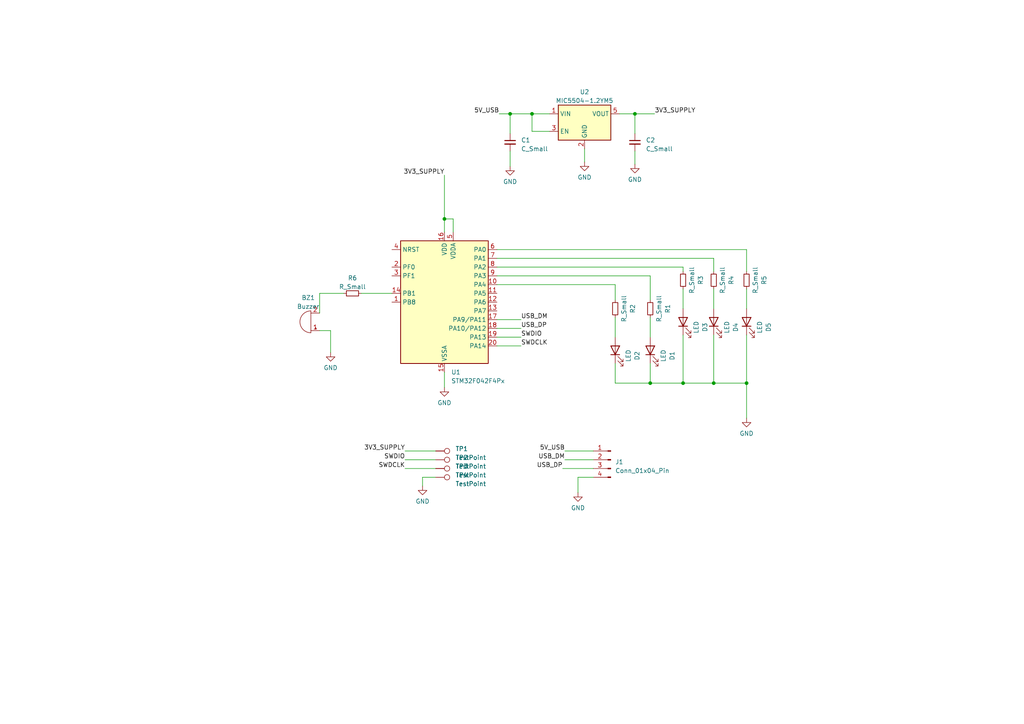
<source format=kicad_sch>
(kicad_sch (version 20230121) (generator eeschema)
  (paper "A4")
  (lib_symbols
    (symbol "Connector:Conn_01x04_Pin" (pin_names (offset 1.016) hide)
      (property "Reference" "J" (at 0 5.08 0))
      (property "Value" "Conn_01x04_Pin" (at 0 -7.62 0))
      (symbol "Conn_01x04_Pin_1_1"
        (polyline (pts (xy 1.27 -5.08) (xy 0.8636 -5.08)) (stroke (width 0.1524)))
        (polyline (pts (xy 1.27 -2.54) (xy 0.8636 -2.54)) (stroke (width 0.1524)))
        (polyline (pts (xy 1.27 0) (xy 0.8636 0)) (stroke (width 0.1524)))
        (polyline (pts (xy 1.27 2.54) (xy 0.8636 2.54)) (stroke (width 0.1524)))
        (rectangle (start 0.8636 -4.953) (end 0 -5.207) (stroke (width 0.1524)) (fill (type outline)))
        (rectangle (start 0.8636 -2.413) (end 0 -2.667) (stroke (width 0.1524)) (fill (type outline)))
        (rectangle (start 0.8636 0.127) (end 0 -0.127) (stroke (width 0.1524)) (fill (type outline)))
        (rectangle (start 0.8636 2.667) (end 0 2.413) (stroke (width 0.1524)) (fill (type outline)))
        (pin passive line (at 5.08 2.54 180) (length 3.81) (name "Pin_1") (number "1"))
        (pin passive line (at 5.08 0 180) (length 3.81) (name "Pin_2") (number "2"))
        (pin passive line (at 5.08 -2.54 180) (length 3.81) (name "Pin_3") (number "3"))
        (pin passive line (at 5.08 -5.08 180) (length 3.81) (name "Pin_4") (number "4"))
      )
    )
    (symbol "Connector:TestPoint" (pin_numbers hide) (pin_names (offset 0.762) hide)
      (property "Reference" "TP" (at 0 6.858 0))
      (property "Value" "TestPoint" (at 0 5.08 0))
      (symbol "TestPoint_0_1"
        (circle (center 0 3.302) (radius 0.762))
      )
      (symbol "TestPoint_1_1"
        (pin passive line (at 0 0 90) (length 2.54) (name "1") (number "1"))
      )
    )
    (symbol "Device:Buzzer" (pin_names (offset 0.0254) hide)
      (property "Reference" "BZ" (at 3.81 1.27 0))
      (property "Value" "Buzzer" (at 3.81 -1.27 0))
      (symbol "Buzzer_0_1"
        (arc (start 0 -3.175) (mid 3.1612 0) (end 0 3.175))
        (polyline (pts (xy -1.651 1.905) (xy -1.143 1.905)))
        (polyline (pts (xy -1.397 2.159) (xy -1.397 1.651)))
        (polyline (pts (xy 0 3.175) (xy 0 -3.175)))
      )
      (symbol "Buzzer_1_1"
        (pin passive line (at -2.54 2.54 0) (length 2.54) (name "-") (number "1"))
        (pin passive line (at -2.54 -2.54 0) (length 2.54) (name "+") (number "2"))
      )
    )
    (symbol "Device:C_Small" (pin_numbers hide) (pin_names (offset 0.254) hide)
      (property "Reference" "C" (at 0.254 1.778 0))
      (property "Value" "C_Small" (at 0.254 -2.032 0))
      (symbol "C_Small_0_1"
        (polyline (pts (xy -1.524 -0.508) (xy 1.524 -0.508)) (stroke (width 0.3302)))
        (polyline (pts (xy -1.524 0.508) (xy 1.524 0.508)) (stroke (width 0.3048)))
      )
      (symbol "C_Small_1_1"
        (pin passive line (at 0 2.54 270) (length 2.032) (name "~") (number "1"))
        (pin passive line (at 0 -2.54 90) (length 2.032) (name "~") (number "2"))
      )
    )
    (symbol "Device:LED" (pin_numbers hide) (pin_names (offset 1.016) hide)
      (property "Reference" "D" (at 0 2.54 0))
      (property "Value" "LED" (at 0 -2.54 0))
      (symbol "LED_0_1"
        (polyline (pts (xy -1.27 -1.27) (xy -1.27 1.27)) (stroke (width 0.254)))
        (polyline (pts (xy -1.27 0) (xy 1.27 0)))
        (polyline (pts (xy 1.27 -1.27) (xy 1.27 1.27) (xy -1.27 0) (xy 1.27 -1.27)) (stroke (width 0.254)))
        (polyline (pts (xy -3.048 -0.762) (xy -4.572 -2.286) (xy -3.81 -2.286) (xy -4.572 -2.286) (xy -4.572 -1.524)))
        (polyline (pts (xy -1.778 -0.762) (xy -3.302 -2.286) (xy -2.54 -2.286) (xy -3.302 -2.286) (xy -3.302 -1.524)))
      )
      (symbol "LED_1_1"
        (pin passive line (at -3.81 0 0) (length 2.54) (name "K") (number "1"))
        (pin passive line (at 3.81 0 180) (length 2.54) (name "A") (number "2"))
      )
    )
    (symbol "Device:R_Small" (pin_numbers hide) (pin_names (offset 0.254) hide)
      (property "Reference" "R" (at 0.762 0.508 0))
      (property "Value" "R_Small" (at 0.762 -1.016 0))
      (symbol "R_Small_0_1"
        (rectangle (start -0.762 1.778) (end 0.762 -1.778) (stroke (width 0.2032)))
      )
      (symbol "R_Small_1_1"
        (pin passive line (at 0 2.54 270) (length 0.762) (name "~") (number "1"))
        (pin passive line (at 0 -2.54 90) (length 0.762) (name "~") (number "2"))
      )
    )
    (symbol "MCU_ST_STM32F0:STM32F042F4Px"
      (property "Reference" "U" (at -12.7 19.05 0))
      (property "Value" "STM32F042F4Px" (at 5.08 19.05 0))
      (symbol "STM32F042F4Px_0_1"
        (rectangle (start -12.7 -17.78) (end 12.7 17.78) (stroke (width 0.254)) (fill (type background)))
      )
      (symbol "STM32F042F4Px_1_1"
        (pin bidirectional line (at -15.24 0 0) (length 2.54) (name "PB8") (number "1"))
        (pin bidirectional line (at 15.24 5.08 180) (length 2.54) (name "PA4") (number "10"))
        (pin bidirectional line (at 15.24 2.54 180) (length 2.54) (name "PA5") (number "11"))
        (pin bidirectional line (at 15.24 0 180) (length 2.54) (name "PA6") (number "12"))
        (pin bidirectional line (at 15.24 -2.54 180) (length 2.54) (name "PA7") (number "13"))
        (pin bidirectional line (at -15.24 2.54 0) (length 2.54) (name "PB1") (number "14"))
        (pin power_in line (at 0 -20.32 90) (length 2.54) (name "VSSA") (number "15"))
        (pin power_in line (at 0 20.32 270) (length 2.54) (name "VDD") (number "16"))
        (pin bidirectional line (at 15.24 -5.08 180) (length 2.54) (name "PA9/PA11") (number "17"))
        (pin bidirectional line (at 15.24 -7.62 180) (length 2.54) (name "PA10/PA12") (number "18"))
        (pin bidirectional line (at 15.24 -10.16 180) (length 2.54) (name "PA13") (number "19"))
        (pin bidirectional line (at -15.24 10.16 0) (length 2.54) (name "PF0") (number "2"))
        (pin bidirectional line (at 15.24 -12.7 180) (length 2.54) (name "PA14") (number "20"))
        (pin bidirectional line (at -15.24 7.62 0) (length 2.54) (name "PF1") (number "3"))
        (pin input line (at -15.24 15.24 0) (length 2.54) (name "NRST") (number "4"))
        (pin power_in line (at 2.54 20.32 270) (length 2.54) (name "VDDA") (number "5"))
        (pin bidirectional line (at 15.24 15.24 180) (length 2.54) (name "PA0") (number "6"))
        (pin bidirectional line (at 15.24 12.7 180) (length 2.54) (name "PA1") (number "7"))
        (pin bidirectional line (at 15.24 10.16 180) (length 2.54) (name "PA2") (number "8"))
        (pin bidirectional line (at 15.24 7.62 180) (length 2.54) (name "PA3") (number "9"))
      )
    )
    (symbol "Regulator_Linear:MIC5504-1.2YM5"
      (property "Reference" "U" (at -7.62 8.89 0))
      (property "Value" "MIC5504-1.2YM5" (at -7.62 6.35 0))
      (symbol "MIC5504-1.2YM5_0_1"
        (rectangle (start -7.62 -5.08) (end 7.62 5.08) (stroke (width 0.254)) (fill (type background)))
      )
      (symbol "MIC5504-1.2YM5_1_1"
        (pin power_in line (at -10.16 2.54 0) (length 2.54) (name "VIN") (number "1"))
        (pin power_in line (at 0 -7.62 90) (length 2.54) (name "GND") (number "2"))
        (pin input line (at -10.16 -2.54 0) (length 2.54) (name "EN") (number "3"))
        (pin no_connect line (at 7.62 -2.54 180) (length 2.54) hide (name "NC") (number "4"))
        (pin power_out line (at 10.16 2.54 180) (length 2.54) (name "VOUT") (number "5"))
      )
    )
    (symbol "power:GND" (power) (pin_names (offset 0))
      (property "Value" "GND" (at 0 -3.81 0))
      (symbol "GND_0_1"
        (polyline (pts (xy 0 0) (xy 0 -1.27) (xy 1.27 -1.27) (xy 0 -2.54) (xy -1.27 -1.27) (xy 0 -1.27)))
      )
      (symbol "GND_1_1"
        (pin power_in line (at 0 0 270) (length 0) hide (name "GND") (number "1"))
      )
    )
  )
  (junction (at 128.905 63.5))
  (junction (at 184.15 33.02))
  (junction (at 154.305 33.02))
  (junction (at 207.01 111.125))
  (junction (at 216.535 111.125))
  (junction (at 198.12 111.125))
  (junction (at 188.595 111.125))
  (junction (at 147.955 33.02))
  (wire (pts (xy 144.145 77.47) (xy 198.12 77.47)))
  (wire (pts (xy 179.705 33.02) (xy 184.15 33.02)))
  (wire (pts (xy 178.435 92.075) (xy 178.435 97.79)))
  (wire (pts (xy 198.12 77.47) (xy 198.12 78.74)))
  (wire (pts (xy 122.555 138.43) (xy 126.365 138.43)))
  (wire (pts (xy 216.535 83.82) (xy 216.535 89.535)))
  (wire (pts (xy 188.595 105.41) (xy 188.595 111.125)))
  (wire (pts (xy 144.145 80.01) (xy 188.595 80.01)))
  (wire (pts (xy 188.595 111.125) (xy 198.12 111.125)))
  (wire (pts (xy 131.445 67.31) (xy 131.445 63.5)))
  (wire (pts (xy 131.445 63.5) (xy 128.905 63.5)))
  (wire (pts (xy 144.145 100.33) (xy 151.13 100.33)))
  (wire (pts (xy 184.15 33.02) (xy 184.15 38.735)))
  (wire (pts (xy 128.905 50.8) (xy 128.905 63.5)))
  (wire (pts (xy 169.545 43.18) (xy 169.545 46.99)))
  (wire (pts (xy 188.595 92.075) (xy 188.595 97.79)))
  (wire (pts (xy 117.475 135.89) (xy 126.365 135.89)))
  (wire (pts (xy 154.305 38.1) (xy 154.305 33.02)))
  (wire (pts (xy 128.905 63.5) (xy 128.905 67.31)))
  (wire (pts (xy 163.195 135.89) (xy 172.085 135.89)))
  (wire (pts (xy 207.01 83.82) (xy 207.01 89.535)))
  (wire (pts (xy 147.955 33.02) (xy 147.955 38.735)))
  (wire (pts (xy 167.64 138.43) (xy 167.64 142.875)))
  (wire (pts (xy 99.695 85.09) (xy 92.71 85.09)))
  (wire (pts (xy 95.885 102.235) (xy 95.885 95.885)))
  (wire (pts (xy 207.01 111.125) (xy 216.535 111.125)))
  (wire (pts (xy 95.885 95.885) (xy 92.71 95.885)))
  (wire (pts (xy 216.535 97.155) (xy 216.535 111.125)))
  (wire (pts (xy 144.145 74.93) (xy 207.01 74.93)))
  (wire (pts (xy 147.955 33.02) (xy 154.305 33.02)))
  (wire (pts (xy 198.12 97.155) (xy 198.12 111.125)))
  (wire (pts (xy 198.12 111.125) (xy 207.01 111.125)))
  (wire (pts (xy 92.71 85.09) (xy 92.71 90.805)))
  (wire (pts (xy 188.595 80.01) (xy 188.595 86.995)))
  (wire (pts (xy 144.145 97.79) (xy 151.13 97.79)))
  (wire (pts (xy 207.01 74.93) (xy 207.01 78.74)))
  (wire (pts (xy 144.145 72.39) (xy 216.535 72.39)))
  (wire (pts (xy 144.78 33.02) (xy 147.955 33.02)))
  (wire (pts (xy 144.145 82.55) (xy 178.435 82.55)))
  (wire (pts (xy 163.83 133.35) (xy 172.085 133.35)))
  (wire (pts (xy 184.15 43.815) (xy 184.15 47.625)))
  (wire (pts (xy 216.535 111.125) (xy 216.535 121.285)))
  (wire (pts (xy 144.145 92.71) (xy 151.13 92.71)))
  (wire (pts (xy 216.535 72.39) (xy 216.535 78.74)))
  (wire (pts (xy 167.64 138.43) (xy 172.085 138.43)))
  (wire (pts (xy 184.15 33.02) (xy 189.865 33.02)))
  (wire (pts (xy 178.435 105.41) (xy 178.435 111.125)))
  (wire (pts (xy 178.435 111.125) (xy 188.595 111.125)))
  (wire (pts (xy 178.435 82.55) (xy 178.435 86.995)))
  (wire (pts (xy 154.305 33.02) (xy 159.385 33.02)))
  (wire (pts (xy 207.01 97.155) (xy 207.01 111.125)))
  (wire (pts (xy 104.775 85.09) (xy 113.665 85.09)))
  (wire (pts (xy 198.12 83.82) (xy 198.12 89.535)))
  (wire (pts (xy 117.475 133.35) (xy 126.365 133.35)))
  (wire (pts (xy 159.385 38.1) (xy 154.305 38.1)))
  (wire (pts (xy 147.955 43.815) (xy 147.955 48.26)))
  (wire (pts (xy 144.145 95.25) (xy 151.13 95.25)))
  (wire (pts (xy 117.475 130.81) (xy 126.365 130.81)))
  (wire (pts (xy 163.83 130.81) (xy 172.085 130.81)))
  (wire (pts (xy 122.555 140.97) (xy 122.555 138.43)))
  (wire (pts (xy 128.905 107.95) (xy 128.905 112.395)))
  (label "3V3_SUPPLY" (at 128.905 50.8 180))
  (label "USB_DM" (at 163.83 133.35 180))
  (label "USB_DM" (at 151.13 92.71 0))
  (label "3V3_SUPPLY" (at 117.475 130.81 180))
  (label "SWDCLK" (at 117.475 135.89 180))
  (label "5V_USB" (at 144.78 33.02 180))
  (label "SWDIO" (at 151.13 97.79 0))
  (label "SWDCLK" (at 151.13 100.33 0))
  (label "USB_DP" (at 163.195 135.89 180))
  (label "3V3_SUPPLY" (at 189.865 33.02 0))
  (label "USB_DP" (at 151.13 95.25 0))
  (label "5V_USB" (at 163.83 130.81 180))
  (label "SWDIO" (at 117.475 133.35 180))
  (symbol (lib_id "Regulator_Linear:MIC5504-1.2YM5") (at 169.545 35.56 0) (unit 1)
    (property "Reference" "U2" (at 169.545 26.67 0))
    (property "Value" "MIC5504-1.2YM5" (at 169.545 29.21 0))
    (property "Footprint" "User_Regulator:SOT-23-5" (effects hide))
    (property "Datasheet" "http://ww1.microchip.com/downloads/en/DeviceDoc/MIC550X.pdf" (effects hide))
  )
  (symbol (lib_id "Device:Buzzer") (at 90.17 93.345 180) (unit 1)
    (property "Reference" "BZ1" (at 89.4149 86.36 0))
    (property "Value" "Buzzer" (at 89.4149 88.9 0))
    (property "Footprint" "User_Buzzer:Buzzer" (effects hide))
    (property "Datasheet" "https://www.mouser.com/datasheet/2/1005/2020112334d97-2325057.pdf" (effects hide))
  )
  (symbol (lib_id "power:GND") (at 147.955 48.26 0) (unit 1)
    (property "Reference" "#PWR08" (effects hide))
    (property "Value" "GND" (at 147.955 52.705 0))
  )
  (symbol (lib_id "Device:R_Small") (at 216.535 81.28 0) (unit 1)
    (property "Reference" "R5" (at 221.615 81.28 90))
    (property "Value" "R_Small" (at 219.075 81.28 90))
    (property "Footprint" "User_0805:C_0805_2012Metric" (effects hide))
  )
  (symbol (lib_id "MCU_ST_STM32F0:STM32F042F4Px") (at 128.905 87.63 0) (unit 1)
    (property "Reference" "U1" (at 130.8609 107.95 0) (effects (justify left)))
    (property "Value" "STM32F042F4Px" (at 130.8609 110.49 0) (effects (justify left)))
    (property "Footprint" "User_uC:Reverse TSSOP-20_4.4x6.5mm_P0.65mm" (effects hide))
    (property "Datasheet" "https://www.st.com/resource/en/datasheet/stm32f042f4.pdf" (effects hide))
  )
  (symbol (lib_id "Device:LED") (at 207.01 93.345 90) (unit 1)
    (property "Reference" "D4" (at 213.36 94.9325 0))
    (property "Value" "LED" (at 210.82 94.9325 0))
    (property "Footprint" "User_0805:C_0805_2012Metric" (effects hide))
  )
  (symbol (lib_id "Device:C_Small") (at 184.15 41.275 0) (unit 1)
    (property "Reference" "C2" (at 187.325 40.6463 0) (effects (justify left)))
    (property "Value" "C_Small" (at 187.325 43.1863 0) (effects (justify left)))
    (property "Footprint" "User_0805:C_0805_2012Metric" (effects hide))
  )
  (symbol (lib_id "Device:R_Small") (at 188.595 89.535 0) (unit 1)
    (property "Reference" "R1" (at 193.675 89.535 90))
    (property "Value" "R_Small" (at 191.135 89.535 90))
    (property "Footprint" "User_0805:C_0805_2012Metric" (effects hide))
  )
  (symbol (lib_id "Connector:TestPoint") (at 126.365 133.35 270) (unit 1)
    (property "Reference" "TP2" (at 132.08 132.715 90) (effects (justify left)))
    (property "Value" "TestPoint" (at 132.08 135.255 90) (effects (justify left)))
    (property "Footprint" "TestPoint:TestPoint_Pad_D1.0mm" (effects hide))
  )
  (symbol (lib_id "Device:R_Small") (at 207.01 81.28 0) (unit 1)
    (property "Reference" "R4" (at 212.09 81.28 90))
    (property "Value" "R_Small" (at 209.55 81.28 90))
    (property "Footprint" "User_0805:C_0805_2012Metric" (effects hide))
  )
  (symbol (lib_id "power:GND") (at 95.885 102.235 0) (unit 1)
    (property "Reference" "#PWR04" (effects hide))
    (property "Value" "GND" (at 95.885 106.68 0))
  )
  (symbol (lib_id "Device:C_Small") (at 147.955 41.275 0) (unit 1)
    (property "Reference" "C1" (at 151.13 40.6463 0) (effects (justify left)))
    (property "Value" "C_Small" (at 151.13 43.1863 0) (effects (justify left)))
    (property "Footprint" "User_0805:C_0805_2012Metric" (effects hide))
  )
  (symbol (lib_id "Connector:TestPoint") (at 126.365 130.81 270) (unit 1)
    (property "Reference" "TP1" (at 132.08 130.175 90) (effects (justify left)))
    (property "Value" "TestPoint" (at 132.08 132.715 90) (effects (justify left)))
    (property "Footprint" "TestPoint:TestPoint_Pad_D1.0mm" (effects hide))
  )
  (symbol (lib_id "Device:R_Small") (at 198.12 81.28 0) (unit 1)
    (property "Reference" "R3" (at 203.2 81.28 90))
    (property "Value" "R_Small" (at 200.66 81.28 90))
    (property "Footprint" "User_0805:C_0805_2012Metric" (effects hide))
  )
  (symbol (lib_id "power:GND") (at 169.545 46.99 0) (unit 1)
    (property "Reference" "#PWR06" (effects hide))
    (property "Value" "GND" (at 169.545 51.435 0))
  )
  (symbol (lib_id "Connector:TestPoint") (at 126.365 135.89 270) (unit 1)
    (property "Reference" "TP3" (at 132.08 135.255 90) (effects (justify left)))
    (property "Value" "TestPoint" (at 132.08 137.795 90) (effects (justify left)))
    (property "Footprint" "TestPoint:TestPoint_Pad_D1.0mm" (effects hide))
  )
  (symbol (lib_id "Device:LED") (at 216.535 93.345 90) (unit 1)
    (property "Reference" "D5" (at 222.885 94.9325 0))
    (property "Value" "LED" (at 220.345 94.9325 0))
    (property "Footprint" "User_0805:C_0805_2012Metric" (effects hide))
  )
  (symbol (lib_id "Device:LED") (at 178.435 101.6 90) (unit 1)
    (property "Reference" "D2" (at 184.785 103.1875 0))
    (property "Value" "LED" (at 182.245 103.1875 0))
    (property "Footprint" "User_0805:C_0805_2012Metric" (effects hide))
  )
  (symbol (lib_id "power:GND") (at 184.15 47.625 0) (unit 1)
    (property "Reference" "#PWR07" (effects hide))
    (property "Value" "GND" (at 184.15 52.07 0))
  )
  (symbol (lib_id "Device:LED") (at 188.595 101.6 90) (unit 1)
    (property "Reference" "D1" (at 194.945 103.1875 0))
    (property "Value" "LED" (at 192.405 103.1875 0))
    (property "Footprint" "User_0805:C_0805_2012Metric" (effects hide))
  )
  (symbol (lib_id "power:GND") (at 122.555 140.97 0) (unit 1)
    (property "Reference" "#PWR05" (effects hide))
    (property "Value" "GND" (at 122.555 145.415 0))
  )
  (symbol (lib_id "Device:LED") (at 198.12 93.345 90) (unit 1)
    (property "Reference" "D3" (at 204.47 94.9325 0))
    (property "Value" "LED" (at 201.93 94.9325 0))
    (property "Footprint" "User_0805:C_0805_2012Metric" (effects hide))
  )
  (symbol (lib_id "Connector:Conn_01x04_Pin") (at 177.165 133.35 0) (mirror y) (unit 1)
    (property "Reference" "J1" (at 178.435 133.985 0) (effects (justify right)))
    (property "Value" "Conn_01x04_Pin" (at 178.435 136.525 0) (effects (justify right)))
    (property "Footprint" "User_PCB_Connector:USB_Conn" (effects hide))
  )
  (symbol (lib_id "power:GND") (at 216.535 121.285 0) (unit 1)
    (property "Reference" "#PWR01" (effects hide))
    (property "Value" "GND" (at 216.535 125.73 0))
  )
  (symbol (lib_id "power:GND") (at 167.64 142.875 0) (unit 1)
    (property "Reference" "#PWR03" (effects hide))
    (property "Value" "GND" (at 167.64 147.32 0))
  )
  (symbol (lib_id "power:GND") (at 128.905 112.395 0) (unit 1)
    (property "Reference" "#PWR02" (effects hide))
    (property "Value" "GND" (at 128.905 116.84 0))
  )
  (symbol (lib_id "Device:R_Small") (at 102.235 85.09 90) (unit 1)
    (property "Reference" "R6" (at 102.235 80.645 90))
    (property "Value" "R_Small" (at 102.235 83.185 90))
    (property "Footprint" "User_0805:C_0805_2012Metric" (effects hide))
  )
  (symbol (lib_id "Device:R_Small") (at 178.435 89.535 0) (unit 1)
    (property "Reference" "R2" (at 183.515 89.535 90))
    (property "Value" "R_Small" (at 180.975 89.535 90))
    (property "Footprint" "User_0805:C_0805_2012Metric" (effects hide))
  )
  (symbol (lib_id "Connector:TestPoint") (at 126.365 138.43 270) (unit 1)
    (property "Reference" "TP4" (at 132.08 137.795 90) (effects (justify left)))
    (property "Value" "TestPoint" (at 132.08 140.335 90) (effects (justify left)))
    (property "Footprint" "TestPoint:TestPoint_Pad_D1.0mm" (effects hide))
  )
)
</source>
